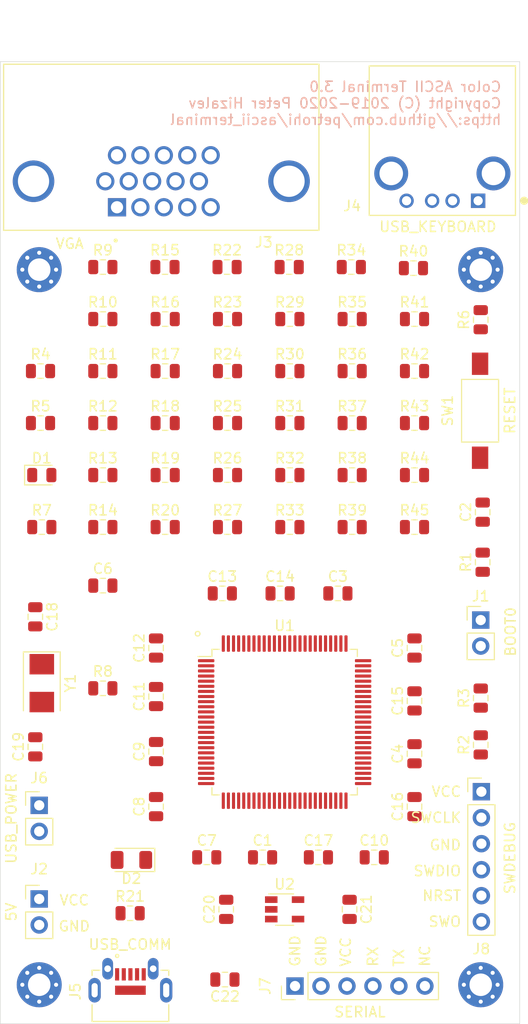
<source format=kicad_pcb>
(kicad_pcb (version 20171130) (host pcbnew 5.1.8)
  (layers (0 F.Cu signal) (31 B.Cu signal) (34 B.Paste user) (35 F.Paste user) (36 B.SilkS user) (37 F.SilkS user) (38 B.Mask user) (39 F.Mask user) (44 Edge.Cuts user))
  (net 0 "")
  (net 1 GND)
  (net 2 "Net-(C1-Pad1)")
  (net 3 NRST)
  (net 4 "Net-(C3-Pad1)")
  (net 5 "Net-(C4-Pad1)")
  (net 6 VDD)
  (net 7 "Net-(C18-Pad2)")
  (net 8 OSC_OUT)
  (net 9 +5VD)
  (net 10 "Net-(C21-Pad2)")
  (net 11 READY_LED)
  (net 12 "Net-(D1-Pad1)")
  (net 13 "Net-(D2-Pad2)")
  (net 14 "Net-(J3-Pad15)")
  (net 15 VGA_VSYNC)
  (net 16 VGA_HSYNC)
  (net 17 "Net-(J3-Pad12)")
  (net 18 "Net-(J3-Pad11)")
  (net 19 "Net-(J3-Pad9)")
  (net 20 "Net-(J3-Pad4)")
  (net 21 VGA_BLUE)
  (net 22 VGA_GREEN)
  (net 23 VGA_RED)
  (net 24 USB_OTG_FS_DP)
  (net 25 USB_OTG_FS_DM)
  (net 26 USB_OTG_HS_DP)
  (net 27 "Net-(J5-Pad4)")
  (net 28 "Net-(J5-Pad1)")
  (net 29 USB_OTG_HS_DM)
  (net 30 "Net-(J7-Pad6)")
  (net 31 TRACESWO)
  (net 32 SWDIO)
  (net 33 SWCLK)
  (net 34 BOOT0)
  (net 35 LTDC_HSYNC)
  (net 36 LTDC_VSYNC)
  (net 37 OSC_IN)
  (net 38 LTDC_R2)
  (net 39 LTDC_R3)
  (net 40 LTDC_R4)
  (net 41 LTDC_R5)
  (net 42 "Net-(R10-Pad1)")
  (net 43 LTDC_R6)
  (net 44 "Net-(R11-Pad1)")
  (net 45 LTDC_R7)
  (net 46 LTDC_G2)
  (net 47 LTDC_G3)
  (net 48 LTDC_G4)
  (net 49 LTDC_G5)
  (net 50 LTDC_G6)
  (net 51 "Net-(R23-Pad1)")
  (net 52 LTDC_G7)
  (net 53 "Net-(R24-Pad1)")
  (net 54 LTDC_B2)
  (net 55 LTDC_B3)
  (net 56 LTDC_B4)
  (net 57 LTDC_B5)
  (net 58 LTDC_B6)
  (net 59 "Net-(R35-Pad1)")
  (net 60 LTDC_B7)
  (net 61 "Net-(R36-Pad1)")
  (net 62 "Net-(U1-Pad96)")
  (net 63 "Net-(U1-Pad95)")
  (net 64 "Net-(U1-Pad94)")
  (net 65 "Net-(U1-Pad93)")
  (net 66 "Net-(U1-Pad91)")
  (net 67 "Net-(U1-Pad89)")
  (net 68 "Net-(U1-Pad88)")
  (net 69 "Net-(U1-Pad86)")
  (net 70 "Net-(U1-Pad85)")
  (net 71 "Net-(U1-Pad84)")
  (net 72 "Net-(U1-Pad83)")
  (net 73 "Net-(U1-Pad82)")
  (net 74 "Net-(U1-Pad81)")
  (net 75 "Net-(U1-Pad80)")
  (net 76 "Net-(U1-Pad70)")
  (net 77 "Net-(U1-Pad69)")
  (net 78 "Net-(U1-Pad68)")
  (net 79 "Net-(U1-Pad64)")
  (net 80 "Net-(U1-Pad63)")
  (net 81 "Net-(U1-Pad61)")
  (net 82 "Net-(U1-Pad60)")
  (net 83 "Net-(U1-Pad58)")
  (net 84 "Net-(U1-Pad57)")
  (net 85 "Net-(U1-Pad54)")
  (net 86 "Net-(U1-Pad53)")
  (net 87 "Net-(U1-Pad51)")
  (net 88 "Net-(U1-Pad50)")
  (net 89 "Net-(U1-Pad47)")
  (net 90 "Net-(U1-Pad46)")
  (net 91 "Net-(U1-Pad39)")
  (net 92 "Net-(U1-Pad38)")
  (net 93 "Net-(U1-Pad35)")
  (net 94 "Net-(U1-Pad34)")
  (net 95 "Net-(U1-Pad31)")
  (net 96 "Net-(U1-Pad28)")
  (net 97 "Net-(U1-Pad21)")
  (net 98 "Net-(U1-Pad19)")
  (net 99 "Net-(U1-Pad15)")
  (net 100 "Net-(U1-Pad14)")
  (net 101 "Net-(U1-Pad13)")
  (net 102 "Net-(U1-Pad5)")
  (net 103 "Net-(U1-Pad4)")
  (net 104 "Net-(U1-Pad1)")
  (net 105 "Net-(J1-Pad1)")
  (net 106 "Net-(R6-Pad1)")
  (net 107 "Net-(R12-Pad1)")
  (net 108 "Net-(R13-Pad1)")
  (net 109 "Net-(R14-Pad1)")
  (net 110 "Net-(R25-Pad1)")
  (net 111 "Net-(R26-Pad1)")
  (net 112 "Net-(R27-Pad1)")
  (net 113 "Net-(R37-Pad1)")
  (net 114 "Net-(R38-Pad1)")
  (net 115 "Net-(R39-Pad1)")
  (net 116 UART_TX)
  (net 117 UART_RX)
  (net 118 "Net-(U1-Pad72)")
  (net 119 "Net-(U1-Pad71)")
  (module ascii_terminal_kicad:CUI_UJ2-MIBH2-4-SMT (layer F.Cu) (at 89.789 139.7 90)
    (fp_text reference J5 (at -1.67551 -4.08623 90) (layer F.SilkS) (effects (font (size 1.000299 1.000299))))
    (fp_text value USB_COMM (at 2.921 1.27) (layer F.SilkS) (effects (font (size 1.000559 1.000559))))
    (pad 3 smd rect (at 0 1.3 90) (size 1.2 0.4) (layers F.Cu F.Paste F.Mask) (net 26 USB_OTG_HS_DP))
    (pad 2 smd rect (at 0 0.65 90) (size 1.2 0.4) (layers F.Cu F.Paste F.Mask) (net 29 USB_OTG_HS_DM))
    (pad 1 smd rect (at 0 0 90) (size 1.2 0.4) (layers F.Cu F.Paste F.Mask) (net 28 "Net-(J5-Pad1)"))
    (pad 4 smd rect (at 0 1.95 90) (size 1.2 0.4) (layers F.Cu F.Paste F.Mask) (net 27 "Net-(J5-Pad4)"))
    (pad 5 smd rect (at 0 2.6 90) (size 1.2 0.4) (layers F.Cu F.Paste F.Mask) (net 1 GND))
    (pad SH3 smd rect (at -1.55 1.3 90) (size 0.9 3) (layers F.Cu F.Paste F.Mask) (net 1 GND))
    (pad SH1 thru_hole oval (at -1.55 -2.2 90) (size 2.4 1.2) (drill oval 1.4 0.6) (layers *.Cu *.Mask) (net 1 GND))
    (pad SH4 thru_hole oval (at -1.55 4.8 90) (size 2.4 1.2) (drill oval 1.4 0.6) (layers *.Cu *.Mask) (net 1 GND))
    (pad SH2 thru_hole oval (at 0.55 -0.925 90) (size 2.1 1.05) (drill 0.65) (layers *.Cu *.Mask) (net 1 GND))
    (pad SH5 thru_hole oval (at 0.55 3.525 90) (size 2.1 1.05) (drill 0.65) (layers *.Cu *.Mask) (net 1 GND))
  )
  (module Resistor_SMD:R_0805_2012Metric (layer F.Cu) (at 125.5395 99.441 90)
    (fp_text reference R1 (at 0 -1.65 90) (layer F.SilkS))
    (fp_text value 10K)
    (pad 2 smd roundrect (at 0.9375 0 90) (size 0.975 1.4) (layers F.Cu F.Paste F.Mask) (net 3 NRST))
    (pad 1 smd roundrect (at -0.9375 0 90) (size 0.975 1.4) (layers F.Cu F.Paste F.Mask) (net 6 VDD))
  )
  (module Resistor_SMD:R_0805_2012Metric (layer F.Cu) (at 125.349 75.7555 90)
    (fp_text reference R6 (at 0 -1.65 90) (layer F.SilkS))
    (fp_text value 1K)
    (pad 2 smd roundrect (at 0.9375 0 90) (size 0.975 1.4) (layers F.Cu F.Paste F.Mask) (net 1 GND))
    (pad 1 smd roundrect (at -0.9375 0 90) (size 0.975 1.4) (layers F.Cu F.Paste F.Mask) (net 106 "Net-(R6-Pad1)"))
  )
  (module Resistor_SMD:R_0805_2012Metric (layer F.Cu) (at 125.349 117.2845 90)
    (fp_text reference R2 (at 0 -1.65 90) (layer F.SilkS))
    (fp_text value 1K)
    (pad 2 smd roundrect (at 0.9375 0 90) (size 0.975 1.4) (layers F.Cu F.Paste F.Mask) (net 105 "Net-(J1-Pad1)"))
    (pad 1 smd roundrect (at -0.9375 0 90) (size 0.975 1.4) (layers F.Cu F.Paste F.Mask) (net 6 VDD))
  )
  (module Connector_PinHeader_2.54mm:PinHeader_1x02_P2.54mm_Vertical (layer F.Cu) (at 125.349 105.0925)
    (fp_text reference J1 (at 0 -2.33) (layer F.SilkS))
    (fp_text value BOOT0 (at 2.921 1.143 90) (layer F.SilkS))
    (pad 2 thru_hole oval (at 0 2.54) (size 1.7 1.7) (drill 1) (layers *.Cu *.Mask) (net 34 BOOT0))
    (pad 1 thru_hole rect (at 0 0) (size 1.7 1.7) (drill 1) (layers *.Cu *.Mask) (net 105 "Net-(J1-Pad1)"))
  )
  (module MountingHole:MountingHole_2.2mm_M2_Pad_Via (layer F.Cu) (at 82.169 70.866)
    (fp_text reference REF1 hide)
    (fp_text value MountingHole_2.2mm_M2_Pad_Via)
    (pad 1 thru_hole circle (at 0 0) (size 4.4 4.4) (drill 2.2) (layers *.Cu *.Mask))
    (pad 1 thru_hole circle (at 1.65 0) (size 0.7 0.7) (drill 0.4) (layers *.Cu *.Mask))
    (pad 1 thru_hole circle (at 1.166726 1.166726) (size 0.7 0.7) (drill 0.4) (layers *.Cu *.Mask))
    (pad 1 thru_hole circle (at 0 1.65) (size 0.7 0.7) (drill 0.4) (layers *.Cu *.Mask))
    (pad 1 thru_hole circle (at -1.166726 1.166726) (size 0.7 0.7) (drill 0.4) (layers *.Cu *.Mask))
    (pad 1 thru_hole circle (at -1.65 0) (size 0.7 0.7) (drill 0.4) (layers *.Cu *.Mask))
    (pad 1 thru_hole circle (at -1.166726 -1.166726) (size 0.7 0.7) (drill 0.4) (layers *.Cu *.Mask))
    (pad 1 thru_hole circle (at 0 -1.65) (size 0.7 0.7) (drill 0.4) (layers *.Cu *.Mask))
    (pad 1 thru_hole circle (at 1.166726 -1.166726) (size 0.7 0.7) (drill 0.4) (layers *.Cu *.Mask))
  )
  (module MountingHole:MountingHole_2.2mm_M2_Pad_Via (layer F.Cu) (at 82.169 140.716)
    (fp_text reference REF4 hide)
    (fp_text value MountingHole_2.2mm_M2_Pad_Via)
    (pad 1 thru_hole circle (at 1.166726 -1.166726) (size 0.7 0.7) (drill 0.4) (layers *.Cu *.Mask))
    (pad 1 thru_hole circle (at 0 -1.65) (size 0.7 0.7) (drill 0.4) (layers *.Cu *.Mask))
    (pad 1 thru_hole circle (at -1.166726 -1.166726) (size 0.7 0.7) (drill 0.4) (layers *.Cu *.Mask))
    (pad 1 thru_hole circle (at -1.65 0) (size 0.7 0.7) (drill 0.4) (layers *.Cu *.Mask))
    (pad 1 thru_hole circle (at -1.166726 1.166726) (size 0.7 0.7) (drill 0.4) (layers *.Cu *.Mask))
    (pad 1 thru_hole circle (at 0 1.65) (size 0.7 0.7) (drill 0.4) (layers *.Cu *.Mask))
    (pad 1 thru_hole circle (at 1.166726 1.166726) (size 0.7 0.7) (drill 0.4) (layers *.Cu *.Mask))
    (pad 1 thru_hole circle (at 1.65 0) (size 0.7 0.7) (drill 0.4) (layers *.Cu *.Mask))
    (pad 1 thru_hole circle (at 0 0) (size 4.4 4.4) (drill 2.2) (layers *.Cu *.Mask))
  )
  (module MountingHole:MountingHole_2.2mm_M2_Pad_Via (layer F.Cu) (at 125.349 140.716)
    (fp_text reference REF3 hide)
    (fp_text value MountingHole_2.2mm_M2_Pad_Via)
    (pad 1 thru_hole circle (at 0 0) (size 4.4 4.4) (drill 2.2) (layers *.Cu *.Mask))
    (pad 1 thru_hole circle (at 1.65 0) (size 0.7 0.7) (drill 0.4) (layers *.Cu *.Mask))
    (pad 1 thru_hole circle (at 1.166726 1.166726) (size 0.7 0.7) (drill 0.4) (layers *.Cu *.Mask))
    (pad 1 thru_hole circle (at 0 1.65) (size 0.7 0.7) (drill 0.4) (layers *.Cu *.Mask))
    (pad 1 thru_hole circle (at -1.166726 1.166726) (size 0.7 0.7) (drill 0.4) (layers *.Cu *.Mask))
    (pad 1 thru_hole circle (at -1.65 0) (size 0.7 0.7) (drill 0.4) (layers *.Cu *.Mask))
    (pad 1 thru_hole circle (at -1.166726 -1.166726) (size 0.7 0.7) (drill 0.4) (layers *.Cu *.Mask))
    (pad 1 thru_hole circle (at 0 -1.65) (size 0.7 0.7) (drill 0.4) (layers *.Cu *.Mask))
    (pad 1 thru_hole circle (at 1.166726 -1.166726) (size 0.7 0.7) (drill 0.4) (layers *.Cu *.Mask))
  )
  (module MountingHole:MountingHole_2.2mm_M2_Pad_Via (layer F.Cu) (at 125.349 70.866)
    (fp_text reference REF2 hide)
    (fp_text value MountingHole_2.2mm_M2_Pad_Via)
    (pad 1 thru_hole circle (at 1.166726 -1.166726) (size 0.7 0.7) (drill 0.4) (layers *.Cu *.Mask))
    (pad 1 thru_hole circle (at 0 -1.65) (size 0.7 0.7) (drill 0.4) (layers *.Cu *.Mask))
    (pad 1 thru_hole circle (at -1.166726 -1.166726) (size 0.7 0.7) (drill 0.4) (layers *.Cu *.Mask))
    (pad 1 thru_hole circle (at -1.65 0) (size 0.7 0.7) (drill 0.4) (layers *.Cu *.Mask))
    (pad 1 thru_hole circle (at -1.166726 1.166726) (size 0.7 0.7) (drill 0.4) (layers *.Cu *.Mask))
    (pad 1 thru_hole circle (at 0 1.65) (size 0.7 0.7) (drill 0.4) (layers *.Cu *.Mask))
    (pad 1 thru_hole circle (at 1.166726 1.166726) (size 0.7 0.7) (drill 0.4) (layers *.Cu *.Mask))
    (pad 1 thru_hole circle (at 1.65 0) (size 0.7 0.7) (drill 0.4) (layers *.Cu *.Mask))
    (pad 1 thru_hole circle (at 0 0) (size 4.4 4.4) (drill 2.2) (layers *.Cu *.Mask))
  )
  (module Button_Switch_SMD:SW_SPST_FSMSM (layer F.Cu) (at 125.2855 84.6455 90)
    (fp_text reference SW1 (at 0 -3.175 90) (layer F.SilkS))
    (fp_text value RESET (at 0 2.921 90) (layer F.SilkS))
    (pad 2 smd rect (at 4.59 0 90) (size 2.18 1.6) (layers F.Cu F.Paste F.Mask) (net 106 "Net-(R6-Pad1)"))
    (pad 1 smd rect (at -4.59 0 90) (size 2.18 1.6) (layers F.Cu F.Paste F.Mask) (net 3 NRST))
  )
  (module ascii_terminal_kicad:CUI_UJ2-AH-4-TH (layer F.Cu) (at 125.095 64.135 180)
    (fp_text reference J4 (at 12.319 -0.508) (layer F.SilkS) (effects (font (size 1.001488 1.001488))))
    (fp_text value USB_KEYBOARD (at 3.937 -2.54) (layer F.SilkS) (effects (font (size 1.001874 1.001874))))
    (pad 1 thru_hole rect (at 0 0 180) (size 1.408 1.408) (drill 0.9) (layers *.Cu *.Mask) (net 9 +5VD))
    (pad 2 thru_hole circle (at 2.5 0 180) (size 1.408 1.408) (drill 0.9) (layers *.Cu *.Mask) (net 25 USB_OTG_FS_DM))
    (pad 3 thru_hole circle (at 4.5 0 180) (size 1.408 1.408) (drill 0.9) (layers *.Cu *.Mask) (net 24 USB_OTG_FS_DP))
    (pad 4 thru_hole circle (at 7 0 180) (size 1.408 1.408) (drill 0.9) (layers *.Cu *.Mask) (net 1 GND))
    (pad SH1 thru_hole circle (at -1.5 2.67 180) (size 3.316 3.316) (drill 2.3) (layers *.Cu *.Mask) (net 1 GND))
    (pad SH2 thru_hole circle (at 8.5 2.67 180) (size 3.316 3.316) (drill 2.3) (layers *.Cu *.Mask) (net 1 GND))
  )
  (module ascii_terminal_kicad:AMPHENOL_L77HDE15SD1CH4F (layer F.Cu) (at 94.107 62.23 180)
    (fp_text reference J3 (at -10.033 -5.969) (layer F.SilkS))
    (fp_text value VGA (at 8.9535 -6.096) (layer F.SilkS))
    (pad 1 thru_hole rect (at 4.33 -2.54 180) (size 1.785 1.785) (drill 1.19) (layers *.Cu *.Mask) (net 23 VGA_RED))
    (pad 2 thru_hole circle (at 2.04 -2.54 180) (size 1.785 1.785) (drill 1.19) (layers *.Cu *.Mask) (net 22 VGA_GREEN))
    (pad 3 thru_hole circle (at -0.25 -2.54 180) (size 1.785 1.785) (drill 1.19) (layers *.Cu *.Mask) (net 21 VGA_BLUE))
    (pad 4 thru_hole circle (at -2.54 -2.54 180) (size 1.785 1.785) (drill 1.19) (layers *.Cu *.Mask) (net 20 "Net-(J3-Pad4)"))
    (pad 5 thru_hole circle (at -4.83 -2.54 180) (size 1.785 1.785) (drill 1.19) (layers *.Cu *.Mask) (net 1 GND))
    (pad 6 thru_hole circle (at 5.475 0 180) (size 1.785 1.785) (drill 1.19) (layers *.Cu *.Mask) (net 1 GND))
    (pad 7 thru_hole circle (at 3.185 0 180) (size 1.785 1.785) (drill 1.19) (layers *.Cu *.Mask) (net 1 GND))
    (pad 8 thru_hole circle (at 0.895 0 180) (size 1.785 1.785) (drill 1.19) (layers *.Cu *.Mask) (net 1 GND))
    (pad 9 thru_hole circle (at -1.395 0 180) (size 1.785 1.785) (drill 1.19) (layers *.Cu *.Mask) (net 19 "Net-(J3-Pad9)"))
    (pad 10 thru_hole circle (at -3.685 0 180) (size 1.785 1.785) (drill 1.19) (layers *.Cu *.Mask) (net 1 GND))
    (pad 11 thru_hole circle (at 4.33 2.54 180) (size 1.785 1.785) (drill 1.19) (layers *.Cu *.Mask) (net 18 "Net-(J3-Pad11)"))
    (pad 12 thru_hole circle (at 2.04 2.54 180) (size 1.785 1.785) (drill 1.19) (layers *.Cu *.Mask) (net 17 "Net-(J3-Pad12)"))
    (pad 13 thru_hole circle (at -0.25 2.54 180) (size 1.785 1.785) (drill 1.19) (layers *.Cu *.Mask) (net 16 VGA_HSYNC))
    (pad 14 thru_hole circle (at -2.54 2.54 180) (size 1.785 1.785) (drill 1.19) (layers *.Cu *.Mask) (net 15 VGA_VSYNC))
    (pad 15 thru_hole circle (at -4.83 2.54 180) (size 1.785 1.785) (drill 1.19) (layers *.Cu *.Mask) (net 14 "Net-(J3-Pad15)"))
    (pad S1 thru_hole circle (at -12.495 0 180) (size 4.066 4.066) (drill 3.05) (layers *.Cu *.Mask))
    (pad S2 thru_hole circle (at 12.495 0 180) (size 4.066 4.066) (drill 3.05) (layers *.Cu *.Mask))
  )
  (module Crystal:Crystal_SMD_5032-2Pin_5.0x3.2mm (layer F.Cu) (at 82.423 111.252 270)
    (fp_text reference Y1 (at 0 -2.8 90) (layer F.SilkS))
    (fp_text value 8MHz)
    (pad 2 smd rect (at 1.85 0 270) (size 2 2.4) (layers F.Cu F.Paste F.Mask) (net 8 OSC_OUT))
    (pad 1 smd rect (at -1.85 0 270) (size 2 2.4) (layers F.Cu F.Paste F.Mask) (net 7 "Net-(C18-Pad2)"))
  )
  (module Package_TO_SOT_SMD:TSOT-23-5 (layer F.Cu) (at 106.172 133.35)
    (fp_text reference U2 (at 0 -2.45) (layer F.SilkS))
    (fp_text value LT1761-3.3)
    (pad 5 smd rect (at 1.31 -0.95) (size 1.22 0.65) (layers F.Cu F.Paste F.Mask) (net 6 VDD))
    (pad 4 smd rect (at 1.31 0.95) (size 1.22 0.65) (layers F.Cu F.Paste F.Mask) (net 10 "Net-(C21-Pad2)"))
    (pad 3 smd rect (at -1.31 0.95) (size 1.22 0.65) (layers F.Cu F.Paste F.Mask) (net 9 +5VD))
    (pad 2 smd rect (at -1.31 0) (size 1.22 0.65) (layers F.Cu F.Paste F.Mask) (net 1 GND))
    (pad 1 smd rect (at -1.31 -0.95) (size 1.22 0.65) (layers F.Cu F.Paste F.Mask) (net 9 +5VD))
  )
  (module Package_QFP:LQFP-100_14x14mm_P0.5mm (layer F.Cu) (at 106.172 115.062)
    (fp_text reference U1 (at 0 -9.42) (layer F.SilkS))
    (fp_text value STM32F469VGTx)
    (pad 100 smd roundrect (at -6 -7.675) (size 0.3 1.6) (layers F.Cu F.Paste F.Mask) (net 6 VDD))
    (pad 99 smd roundrect (at -5.5 -7.675) (size 0.3 1.6) (layers F.Cu F.Paste F.Mask) (net 60 LTDC_B7))
    (pad 98 smd roundrect (at -5 -7.675) (size 0.3 1.6) (layers F.Cu F.Paste F.Mask) (net 58 LTDC_B6))
    (pad 97 smd roundrect (at -4.5 -7.675) (size 0.3 1.6) (layers F.Cu F.Paste F.Mask) (net 34 BOOT0))
    (pad 96 smd roundrect (at -4 -7.675) (size 0.3 1.6) (layers F.Cu F.Paste F.Mask) (net 62 "Net-(U1-Pad96)"))
    (pad 95 smd roundrect (at -3.5 -7.675) (size 0.3 1.6) (layers F.Cu F.Paste F.Mask) (net 63 "Net-(U1-Pad95)"))
    (pad 94 smd roundrect (at -3 -7.675) (size 0.3 1.6) (layers F.Cu F.Paste F.Mask) (net 64 "Net-(U1-Pad94)"))
    (pad 93 smd roundrect (at -2.5 -7.675) (size 0.3 1.6) (layers F.Cu F.Paste F.Mask) (net 65 "Net-(U1-Pad93)"))
    (pad 92 smd roundrect (at -2 -7.675) (size 0.3 1.6) (layers F.Cu F.Paste F.Mask) (net 31 TRACESWO))
    (pad 91 smd roundrect (at -1.5 -7.675) (size 0.3 1.6) (layers F.Cu F.Paste F.Mask) (net 66 "Net-(U1-Pad91)"))
    (pad 90 smd roundrect (at -1 -7.675) (size 0.3 1.6) (layers F.Cu F.Paste F.Mask) (net 54 LTDC_B2))
    (pad 89 smd roundrect (at -0.5 -7.675) (size 0.3 1.6) (layers F.Cu F.Paste F.Mask) (net 67 "Net-(U1-Pad89)"))
    (pad 88 smd roundrect (at 0 -7.675) (size 0.3 1.6) (layers F.Cu F.Paste F.Mask) (net 68 "Net-(U1-Pad88)"))
    (pad 87 smd roundrect (at 0.5 -7.675) (size 0.3 1.6) (layers F.Cu F.Paste F.Mask) (net 52 LTDC_G7))
    (pad 86 smd roundrect (at 1 -7.675) (size 0.3 1.6) (layers F.Cu F.Paste F.Mask) (net 69 "Net-(U1-Pad86)"))
    (pad 85 smd roundrect (at 1.5 -7.675) (size 0.3 1.6) (layers F.Cu F.Paste F.Mask) (net 70 "Net-(U1-Pad85)"))
    (pad 84 smd roundrect (at 2 -7.675) (size 0.3 1.6) (layers F.Cu F.Paste F.Mask) (net 71 "Net-(U1-Pad84)"))
    (pad 83 smd roundrect (at 2.5 -7.675) (size 0.3 1.6) (layers F.Cu F.Paste F.Mask) (net 72 "Net-(U1-Pad83)"))
    (pad 82 smd roundrect (at 3 -7.675) (size 0.3 1.6) (layers F.Cu F.Paste F.Mask) (net 73 "Net-(U1-Pad82)"))
    (pad 81 smd roundrect (at 3.5 -7.675) (size 0.3 1.6) (layers F.Cu F.Paste F.Mask) (net 74 "Net-(U1-Pad81)"))
    (pad 80 smd roundrect (at 4 -7.675) (size 0.3 1.6) (layers F.Cu F.Paste F.Mask) (net 75 "Net-(U1-Pad80)"))
    (pad 79 smd roundrect (at 4.5 -7.675) (size 0.3 1.6) (layers F.Cu F.Paste F.Mask) (net 33 SWCLK))
    (pad 78 smd roundrect (at 5 -7.675) (size 0.3 1.6) (layers F.Cu F.Paste F.Mask) (net 1 GND))
    (pad 77 smd roundrect (at 5.5 -7.675) (size 0.3 1.6) (layers F.Cu F.Paste F.Mask) (net 6 VDD))
    (pad 76 smd roundrect (at 6 -7.675) (size 0.3 1.6) (layers F.Cu F.Paste F.Mask) (net 4 "Net-(C3-Pad1)"))
    (pad 75 smd roundrect (at 7.675 -6) (size 1.6 0.3) (layers F.Cu F.Paste F.Mask) (net 32 SWDIO))
    (pad 74 smd roundrect (at 7.675 -5.5) (size 1.6 0.3) (layers F.Cu F.Paste F.Mask) (net 24 USB_OTG_FS_DP))
    (pad 73 smd roundrect (at 7.675 -5) (size 1.6 0.3) (layers F.Cu F.Paste F.Mask) (net 25 USB_OTG_FS_DM))
    (pad 72 smd roundrect (at 7.675 -4.5) (size 1.6 0.3) (layers F.Cu F.Paste F.Mask) (net 118 "Net-(U1-Pad72)"))
    (pad 71 smd roundrect (at 7.675 -4) (size 1.6 0.3) (layers F.Cu F.Paste F.Mask) (net 119 "Net-(U1-Pad71)"))
    (pad 70 smd roundrect (at 7.675 -3.5) (size 1.6 0.3) (layers F.Cu F.Paste F.Mask) (net 76 "Net-(U1-Pad70)"))
    (pad 69 smd roundrect (at 7.675 -3) (size 1.6 0.3) (layers F.Cu F.Paste F.Mask) (net 77 "Net-(U1-Pad69)"))
    (pad 68 smd roundrect (at 7.675 -2.5) (size 1.6 0.3) (layers F.Cu F.Paste F.Mask) (net 78 "Net-(U1-Pad68)"))
    (pad 67 smd roundrect (at 7.675 -2) (size 1.6 0.3) (layers F.Cu F.Paste F.Mask) (net 50 LTDC_G6))
    (pad 66 smd roundrect (at 7.675 -1.5) (size 1.6 0.3) (layers F.Cu F.Paste F.Mask) (net 35 LTDC_HSYNC))
    (pad 65 smd roundrect (at 7.675 -1) (size 1.6 0.3) (layers F.Cu F.Paste F.Mask) (net 6 VDD))
    (pad 64 smd roundrect (at 7.675 -0.5) (size 1.6 0.3) (layers F.Cu F.Paste F.Mask) (net 79 "Net-(U1-Pad64)"))
    (pad 63 smd roundrect (at 7.675 0) (size 1.6 0.3) (layers F.Cu F.Paste F.Mask) (net 80 "Net-(U1-Pad63)"))
    (pad 62 smd roundrect (at 7.675 0.5) (size 1.6 0.3) (layers F.Cu F.Paste F.Mask) (net 5 "Net-(C4-Pad1)"))
    (pad 61 smd roundrect (at 7.675 1) (size 1.6 0.3) (layers F.Cu F.Paste F.Mask) (net 81 "Net-(U1-Pad61)"))
    (pad 60 smd roundrect (at 7.675 1.5) (size 1.6 0.3) (layers F.Cu F.Paste F.Mask) (net 82 "Net-(U1-Pad60)"))
    (pad 59 smd roundrect (at 7.675 2) (size 1.6 0.3) (layers F.Cu F.Paste F.Mask) (net 1 GND))
    (pad 58 smd roundrect (at 7.675 2.5) (size 1.6 0.3) (layers F.Cu F.Paste F.Mask) (net 83 "Net-(U1-Pad58)"))
    (pad 57 smd roundrect (at 7.675 3) (size 1.6 0.3) (layers F.Cu F.Paste F.Mask) (net 84 "Net-(U1-Pad57)"))
    (pad 56 smd roundrect (at 7.675 3.5) (size 1.6 0.3) (layers F.Cu F.Paste F.Mask) (net 5 "Net-(C4-Pad1)"))
    (pad 55 smd roundrect (at 7.675 4) (size 1.6 0.3) (layers F.Cu F.Paste F.Mask) (net 6 VDD))
    (pad 54 smd roundrect (at 7.675 4.5) (size 1.6 0.3) (layers F.Cu F.Paste F.Mask) (net 85 "Net-(U1-Pad54)"))
    (pad 53 smd roundrect (at 7.675 5) (size 1.6 0.3) (layers F.Cu F.Paste F.Mask) (net 86 "Net-(U1-Pad53)"))
    (pad 52 smd roundrect (at 7.675 5.5) (size 1.6 0.3) (layers F.Cu F.Paste F.Mask) (net 55 LTDC_B3))
    (pad 51 smd roundrect (at 7.675 6) (size 1.6 0.3) (layers F.Cu F.Paste F.Mask) (net 87 "Net-(U1-Pad51)"))
    (pad 50 smd roundrect (at 6 7.675) (size 0.3 1.6) (layers F.Cu F.Paste F.Mask) (net 88 "Net-(U1-Pad50)"))
    (pad 49 smd roundrect (at 5.5 7.675) (size 0.3 1.6) (layers F.Cu F.Paste F.Mask) (net 26 USB_OTG_HS_DP))
    (pad 48 smd roundrect (at 5 7.675) (size 0.3 1.6) (layers F.Cu F.Paste F.Mask) (net 29 USB_OTG_HS_DM))
    (pad 47 smd roundrect (at 4.5 7.675) (size 0.3 1.6) (layers F.Cu F.Paste F.Mask) (net 89 "Net-(U1-Pad47)"))
    (pad 46 smd roundrect (at 4 7.675) (size 0.3 1.6) (layers F.Cu F.Paste F.Mask) (net 90 "Net-(U1-Pad46)"))
    (pad 45 smd roundrect (at 3.5 7.675) (size 0.3 1.6) (layers F.Cu F.Paste F.Mask) (net 6 VDD))
    (pad 44 smd roundrect (at 3 7.675) (size 0.3 1.6) (layers F.Cu F.Paste F.Mask) (net 1 GND))
    (pad 43 smd roundrect (at 2.5 7.675) (size 0.3 1.6) (layers F.Cu F.Paste F.Mask) (net 2 "Net-(C1-Pad1)"))
    (pad 42 smd roundrect (at 2 7.675) (size 0.3 1.6) (layers F.Cu F.Paste F.Mask) (net 49 LTDC_G5))
    (pad 41 smd roundrect (at 1.5 7.675) (size 0.3 1.6) (layers F.Cu F.Paste F.Mask) (net 48 LTDC_G4))
    (pad 40 smd roundrect (at 1 7.675) (size 0.3 1.6) (layers F.Cu F.Paste F.Mask) (net 45 LTDC_R7))
    (pad 39 smd roundrect (at 0.5 7.675) (size 0.3 1.6) (layers F.Cu F.Paste F.Mask) (net 91 "Net-(U1-Pad39)"))
    (pad 38 smd roundrect (at 0 7.675) (size 0.3 1.6) (layers F.Cu F.Paste F.Mask) (net 92 "Net-(U1-Pad38)"))
    (pad 37 smd roundrect (at -0.5 7.675) (size 0.3 1.6) (layers F.Cu F.Paste F.Mask) (net 56 LTDC_B4))
    (pad 36 smd roundrect (at -1 7.675) (size 0.3 1.6) (layers F.Cu F.Paste F.Mask) (net 47 LTDC_G3))
    (pad 35 smd roundrect (at -1.5 7.675) (size 0.3 1.6) (layers F.Cu F.Paste F.Mask) (net 93 "Net-(U1-Pad35)"))
    (pad 34 smd roundrect (at -2 7.675) (size 0.3 1.6) (layers F.Cu F.Paste F.Mask) (net 94 "Net-(U1-Pad34)"))
    (pad 33 smd roundrect (at -2.5 7.675) (size 0.3 1.6) (layers F.Cu F.Paste F.Mask) (net 116 UART_TX))
    (pad 32 smd roundrect (at -3 7.675) (size 0.3 1.6) (layers F.Cu F.Paste F.Mask) (net 117 UART_RX))
    (pad 31 smd roundrect (at -3.5 7.675) (size 0.3 1.6) (layers F.Cu F.Paste F.Mask) (net 95 "Net-(U1-Pad31)"))
    (pad 30 smd roundrect (at -4 7.675) (size 0.3 1.6) (layers F.Cu F.Paste F.Mask) (net 43 LTDC_R6))
    (pad 29 smd roundrect (at -4.5 7.675) (size 0.3 1.6) (layers F.Cu F.Paste F.Mask) (net 39 LTDC_R3))
    (pad 28 smd roundrect (at -5 7.675) (size 0.3 1.6) (layers F.Cu F.Paste F.Mask) (net 96 "Net-(U1-Pad28)"))
    (pad 27 smd roundrect (at -5.5 7.675) (size 0.3 1.6) (layers F.Cu F.Paste F.Mask) (net 46 LTDC_G2))
    (pad 26 smd roundrect (at -6 7.675) (size 0.3 1.6) (layers F.Cu F.Paste F.Mask) (net 40 LTDC_R4))
    (pad 25 smd roundrect (at -7.675 6) (size 1.6 0.3) (layers F.Cu F.Paste F.Mask) (net 36 LTDC_VSYNC))
    (pad 24 smd roundrect (at -7.675 5.5) (size 1.6 0.3) (layers F.Cu F.Paste F.Mask) (net 6 VDD))
    (pad 23 smd roundrect (at -7.675 5) (size 1.6 0.3) (layers F.Cu F.Paste F.Mask) (net 1 GND))
    (pad 22 smd roundrect (at -7.675 4.5) (size 1.6 0.3) (layers F.Cu F.Paste F.Mask) (net 57 LTDC_B5))
    (pad 21 smd roundrect (at -7.675 4) (size 1.6 0.3) (layers F.Cu F.Paste F.Mask) (net 97 "Net-(U1-Pad21)"))
    (pad 20 smd roundrect (at -7.675 3.5) (size 1.6 0.3) (layers F.Cu F.Paste F.Mask) (net 38 LTDC_R2))
    (pad 19 smd roundrect (at -7.675 3) (size 1.6 0.3) (layers F.Cu F.Paste F.Mask) (net 98 "Net-(U1-Pad19)"))
    (pad 18 smd roundrect (at -7.675 2.5) (size 1.6 0.3) (layers F.Cu F.Paste F.Mask) (net 6 VDD))
    (pad 17 smd roundrect (at -7.675 2) (size 1.6 0.3) (layers F.Cu F.Paste F.Mask) (net 6 VDD))
    (pad 16 smd roundrect (at -7.675 1.5) (size 1.6 0.3) (layers F.Cu F.Paste F.Mask) (net 1 GND))
    (pad 15 smd roundrect (at -7.675 1) (size 1.6 0.3) (layers F.Cu F.Paste F.Mask) (net 99 "Net-(U1-Pad15)"))
    (pad 14 smd roundrect (at -7.675 0.5) (size 1.6 0.3) (layers F.Cu F.Paste F.Mask) (net 100 "Net-(U1-Pad14)"))
    (pad 13 smd roundrect (at -7.675 0) (size 1.6 0.3) (layers F.Cu F.Paste F.Mask) (net 101 "Net-(U1-Pad13)"))
    (pad 12 smd roundrect (at -7.675 -0.5) (size 1.6 0.3) (layers F.Cu F.Paste F.Mask) (net 41 LTDC_R5))
    (pad 11 smd roundrect (at -7.675 -1) (size 1.6 0.3) (layers F.Cu F.Paste F.Mask) (net 3 NRST))
    (pad 10 smd roundrect (at -7.675 -1.5) (size 1.6 0.3) (layers F.Cu F.Paste F.Mask) (net 8 OSC_OUT))
    (pad 9 smd roundrect (at -7.675 -2) (size 1.6 0.3) (layers F.Cu F.Paste F.Mask) (net 37 OSC_IN))
    (pad 8 smd roundrect (at -7.675 -2.5) (size 1.6 0.3) (layers F.Cu F.Paste F.Mask) (net 6 VDD))
    (pad 7 smd roundrect (at -7.675 -3) (size 1.6 0.3) (layers F.Cu F.Paste F.Mask) (net 1 GND))
    (pad 6 smd roundrect (at -7.675 -3.5) (size 1.6 0.3) (layers F.Cu F.Paste F.Mask) (net 11 READY_LED))
    (pad 5 smd roundrect (at -7.675 -4) (size 1.6 0.3) (layers F.Cu F.Paste F.Mask) (net 102 "Net-(U1-Pad5)"))
    (pad 4 smd roundrect (at -7.675 -4.5) (size 1.6 0.3) (layers F.Cu F.Paste F.Mask) (net 103 "Net-(U1-Pad4)"))
    (pad 3 smd roundrect (at -7.675 -5) (size 1.6 0.3) (layers F.Cu F.Paste F.Mask) (net 6 VDD))
    (pad 2 smd roundrect (at -7.675 -5.5) (size 1.6 0.3) (layers F.Cu F.Paste F.Mask) (net 1 GND))
    (pad 1 smd roundrect (at -7.675 -6) (size 1.6 0.3) (layers F.Cu F.Paste F.Mask) (net 104 "Net-(U1-Pad1)"))
  )
  (module Resistor_SMD:R_0805_2012Metric (layer F.Cu) (at 118.872 96.012)
    (fp_text reference R45 (at 0 -1.65) (layer F.SilkS))
    (fp_text value 536)
    (pad 2 smd roundrect (at 0.9375 0) (size 0.975 1.4) (layers F.Cu F.Paste F.Mask) (net 1 GND))
    (pad 1 smd roundrect (at -0.9375 0) (size 0.975 1.4) (layers F.Cu F.Paste F.Mask) (net 115 "Net-(R39-Pad1)"))
  )
  (module Resistor_SMD:R_0805_2012Metric (layer F.Cu) (at 118.872 90.932)
    (fp_text reference R44 (at 0 -1.65) (layer F.SilkS))
    (fp_text value 270)
    (pad 2 smd roundrect (at 0.9375 0) (size 0.975 1.4) (layers F.Cu F.Paste F.Mask) (net 115 "Net-(R39-Pad1)"))
    (pad 1 smd roundrect (at -0.9375 0) (size 0.975 1.4) (layers F.Cu F.Paste F.Mask) (net 114 "Net-(R38-Pad1)"))
  )
  (module Resistor_SMD:R_0805_2012Metric (layer F.Cu) (at 118.872 85.852)
    (fp_text reference R43 (at 0 -1.65) (layer F.SilkS))
    (fp_text value 270)
    (pad 2 smd roundrect (at 0.9375 0) (size 0.975 1.4) (layers F.Cu F.Paste F.Mask) (net 114 "Net-(R38-Pad1)"))
    (pad 1 smd roundrect (at -0.9375 0) (size 0.975 1.4) (layers F.Cu F.Paste F.Mask) (net 113 "Net-(R37-Pad1)"))
  )
  (module Resistor_SMD:R_0805_2012Metric (layer F.Cu) (at 118.872 80.772)
    (fp_text reference R42 (at 0 -1.65) (layer F.SilkS))
    (fp_text value 270)
    (pad 2 smd roundrect (at 0.9375 0) (size 0.975 1.4) (layers F.Cu F.Paste F.Mask) (net 113 "Net-(R37-Pad1)"))
    (pad 1 smd roundrect (at -0.9375 0) (size 0.975 1.4) (layers F.Cu F.Paste F.Mask) (net 61 "Net-(R36-Pad1)"))
  )
  (module Resistor_SMD:R_0805_2012Metric (layer F.Cu) (at 118.872 75.692)
    (fp_text reference R41 (at 0 -1.65) (layer F.SilkS))
    (fp_text value 270)
    (pad 2 smd roundrect (at 0.9375 0) (size 0.975 1.4) (layers F.Cu F.Paste F.Mask) (net 61 "Net-(R36-Pad1)"))
    (pad 1 smd roundrect (at -0.9375 0) (size 0.975 1.4) (layers F.Cu F.Paste F.Mask) (net 59 "Net-(R35-Pad1)"))
  )
  (module Resistor_SMD:R_0805_2012Metric (layer F.Cu) (at 118.767 70.717)
    (fp_text reference R40 (at 0 -1.65) (layer F.SilkS))
    (fp_text value 270)
    (pad 2 smd roundrect (at 0.9375 0) (size 0.975 1.4) (layers F.Cu F.Paste F.Mask) (net 59 "Net-(R35-Pad1)"))
    (pad 1 smd roundrect (at -0.9375 0) (size 0.975 1.4) (layers F.Cu F.Paste F.Mask) (net 21 VGA_BLUE))
  )
  (module Resistor_SMD:R_0805_2012Metric (layer F.Cu) (at 112.776 96.012)
    (fp_text reference R39 (at 0 -1.65) (layer F.SilkS))
    (fp_text value 536)
    (pad 2 smd roundrect (at 0.9375 0) (size 0.975 1.4) (layers F.Cu F.Paste F.Mask) (net 54 LTDC_B2))
    (pad 1 smd roundrect (at -0.9375 0) (size 0.975 1.4) (layers F.Cu F.Paste F.Mask) (net 115 "Net-(R39-Pad1)"))
  )
  (module Resistor_SMD:R_0805_2012Metric (layer F.Cu) (at 112.776 90.932)
    (fp_text reference R38 (at 0 -1.65) (layer F.SilkS))
    (fp_text value 536)
    (pad 2 smd roundrect (at 0.9375 0) (size 0.975 1.4) (layers F.Cu F.Paste F.Mask) (net 55 LTDC_B3))
    (pad 1 smd roundrect (at -0.9375 0) (size 0.975 1.4) (layers F.Cu F.Paste F.Mask) (net 114 "Net-(R38-Pad1)"))
  )
  (module Resistor_SMD:R_0805_2012Metric (layer F.Cu) (at 112.776 85.852)
    (fp_text reference R37 (at 0 -1.65) (layer F.SilkS))
    (fp_text value 536)
    (pad 2 smd roundrect (at 0.9375 0) (size 0.975 1.4) (layers F.Cu F.Paste F.Mask) (net 56 LTDC_B4))
    (pad 1 smd roundrect (at -0.9375 0) (size 0.975 1.4) (layers F.Cu F.Paste F.Mask) (net 113 "Net-(R37-Pad1)"))
  )
  (module Resistor_SMD:R_0805_2012Metric (layer F.Cu) (at 112.776 80.772)
    (fp_text reference R36 (at 0 -1.65) (layer F.SilkS))
    (fp_text value 536)
    (pad 2 smd roundrect (at 0.9375 0) (size 0.975 1.4) (layers F.Cu F.Paste F.Mask) (net 57 LTDC_B5))
    (pad 1 smd roundrect (at -0.9375 0) (size 0.975 1.4) (layers F.Cu F.Paste F.Mask) (net 61 "Net-(R36-Pad1)"))
  )
  (module Resistor_SMD:R_0805_2012Metric (layer F.Cu) (at 112.776 75.692)
    (fp_text reference R35 (at 0 -1.65) (layer F.SilkS))
    (fp_text value 536)
    (pad 2 smd roundrect (at 0.9375 0) (size 0.975 1.4) (layers F.Cu F.Paste F.Mask) (net 58 LTDC_B6))
    (pad 1 smd roundrect (at -0.9375 0) (size 0.975 1.4) (layers F.Cu F.Paste F.Mask) (net 59 "Net-(R35-Pad1)"))
  )
  (module Resistor_SMD:R_0805_2012Metric (layer F.Cu) (at 112.692 70.612)
    (fp_text reference R34 (at 0 -1.65) (layer F.SilkS))
    (fp_text value 536)
    (pad 2 smd roundrect (at 0.9375 0) (size 0.975 1.4) (layers F.Cu F.Paste F.Mask) (net 60 LTDC_B7))
    (pad 1 smd roundrect (at -0.9375 0) (size 0.975 1.4) (layers F.Cu F.Paste F.Mask) (net 21 VGA_BLUE))
  )
  (module Resistor_SMD:R_0805_2012Metric (layer F.Cu) (at 106.68 96.012)
    (fp_text reference R33 (at 0 -1.65) (layer F.SilkS))
    (fp_text value 536)
    (pad 2 smd roundrect (at 0.9375 0) (size 0.975 1.4) (layers F.Cu F.Paste F.Mask) (net 1 GND))
    (pad 1 smd roundrect (at -0.9375 0) (size 0.975 1.4) (layers F.Cu F.Paste F.Mask) (net 112 "Net-(R27-Pad1)"))
  )
  (module Resistor_SMD:R_0805_2012Metric (layer F.Cu) (at 106.68 90.932)
    (fp_text reference R32 (at 0 -1.65) (layer F.SilkS))
    (fp_text value 270)
    (pad 2 smd roundrect (at 0.9375 0) (size 0.975 1.4) (layers F.Cu F.Paste F.Mask) (net 112 "Net-(R27-Pad1)"))
    (pad 1 smd roundrect (at -0.9375 0) (size 0.975 1.4) (layers F.Cu F.Paste F.Mask) (net 111 "Net-(R26-Pad1)"))
  )
  (module Resistor_SMD:R_0805_2012Metric (layer F.Cu) (at 106.68 85.852)
    (fp_text reference R31 (at 0 -1.65) (layer F.SilkS))
    (fp_text value 270)
    (pad 2 smd roundrect (at 0.9375 0) (size 0.975 1.4) (layers F.Cu F.Paste F.Mask) (net 111 "Net-(R26-Pad1)"))
    (pad 1 smd roundrect (at -0.9375 0) (size 0.975 1.4) (layers F.Cu F.Paste F.Mask) (net 110 "Net-(R25-Pad1)"))
  )
  (module Resistor_SMD:R_0805_2012Metric (layer F.Cu) (at 106.68 80.772)
    (fp_text reference R30 (at 0 -1.65) (layer F.SilkS))
    (fp_text value 270)
    (pad 2 smd roundrect (at 0.9375 0) (size 0.975 1.4) (layers F.Cu F.Paste F.Mask) (net 110 "Net-(R25-Pad1)"))
    (pad 1 smd roundrect (at -0.9375 0) (size 0.975 1.4) (layers F.Cu F.Paste F.Mask) (net 53 "Net-(R24-Pad1)"))
  )
  (module Resistor_SMD:R_0805_2012Metric (layer F.Cu) (at 106.68 75.692)
    (fp_text reference R29 (at 0 -1.65) (layer F.SilkS))
    (fp_text value 270)
    (pad 2 smd roundrect (at 0.9375 0) (size 0.975 1.4) (layers F.Cu F.Paste F.Mask) (net 53 "Net-(R24-Pad1)"))
    (pad 1 smd roundrect (at -0.9375 0) (size 0.975 1.4) (layers F.Cu F.Paste F.Mask) (net 51 "Net-(R23-Pad1)"))
  )
  (module Resistor_SMD:R_0805_2012Metric (layer F.Cu) (at 106.617 70.612)
    (fp_text reference R28 (at 0 -1.65) (layer F.SilkS))
    (fp_text value 270)
    (pad 2 smd roundrect (at 0.9375 0) (size 0.975 1.4) (layers F.Cu F.Paste F.Mask) (net 51 "Net-(R23-Pad1)"))
    (pad 1 smd roundrect (at -0.9375 0) (size 0.975 1.4) (layers F.Cu F.Paste F.Mask) (net 22 VGA_GREEN))
  )
  (module Resistor_SMD:R_0805_2012Metric (layer F.Cu) (at 100.584 96.012)
    (fp_text reference R27 (at 0 -1.65) (layer F.SilkS))
    (fp_text value 536)
    (pad 2 smd roundrect (at 0.9375 0) (size 0.975 1.4) (layers F.Cu F.Paste F.Mask) (net 46 LTDC_G2))
    (pad 1 smd roundrect (at -0.9375 0) (size 0.975 1.4) (layers F.Cu F.Paste F.Mask) (net 112 "Net-(R27-Pad1)"))
  )
  (module Resistor_SMD:R_0805_2012Metric (layer F.Cu) (at 100.584 90.932)
    (fp_text reference R26 (at 0 -1.65) (layer F.SilkS))
    (fp_text value 536)
    (pad 2 smd roundrect (at 0.9375 0) (size 0.975 1.4) (layers F.Cu F.Paste F.Mask) (net 47 LTDC_G3))
    (pad 1 smd roundrect (at -0.9375 0) (size 0.975 1.4) (layers F.Cu F.Paste F.Mask) (net 111 "Net-(R26-Pad1)"))
  )
  (module Resistor_SMD:R_0805_2012Metric (layer F.Cu) (at 100.584 85.852)
    (fp_text reference R25 (at 0 -1.65) (layer F.SilkS))
    (fp_text value 536)
    (pad 2 smd roundrect (at 0.9375 0) (size 0.975 1.4) (layers F.Cu F.Paste F.Mask) (net 48 LTDC_G4))
    (pad 1 smd roundrect (at -0.9375 0) (size 0.975 1.4) (layers F.Cu F.Paste F.Mask) (net 110 "Net-(R25-Pad1)"))
  )
  (module Resistor_SMD:R_0805_2012Metric (layer F.Cu) (at 100.584 80.772)
    (fp_text reference R24 (at 0 -1.65) (layer F.SilkS))
    (fp_text value 536)
    (pad 2 smd roundrect (at 0.9375 0) (size 0.975 1.4) (layers F.Cu F.Paste F.Mask) (net 49 LTDC_G5))
    (pad 1 smd roundrect (at -0.9375 0) (size 0.975 1.4) (layers F.Cu F.Paste F.Mask) (net 53 "Net-(R24-Pad1)"))
  )
  (module Resistor_SMD:R_0805_2012Metric (layer F.Cu) (at 100.584 75.692)
    (fp_text reference R23 (at 0 -1.65) (layer F.SilkS))
    (fp_text value 536)
    (pad 2 smd roundrect (at 0.9375 0) (size 0.975 1.4) (layers F.Cu F.Paste F.Mask) (net 50 LTDC_G6))
    (pad 1 smd roundrect (at -0.9375 0) (size 0.975 1.4) (layers F.Cu F.Paste F.Mask) (net 51 "Net-(R23-Pad1)"))
  )
  (module Resistor_SMD:R_0805_2012Metric (layer F.Cu) (at 100.542 70.612)
    (fp_text reference R22 (at 0 -1.65) (layer F.SilkS))
    (fp_text value 536)
    (pad 2 smd roundrect (at 0.9375 0) (size 0.975 1.4) (layers F.Cu F.Paste F.Mask) (net 52 LTDC_G7))
    (pad 1 smd roundrect (at -0.9375 0) (size 0.975 1.4) (layers F.Cu F.Paste F.Mask) (net 22 VGA_GREEN))
  )
  (module Resistor_SMD:R_0805_2012Metric (layer F.Cu) (at 94.488 96.012)
    (fp_text reference R20 (at 0 -1.65) (layer F.SilkS))
    (fp_text value 536)
    (pad 2 smd roundrect (at 0.9375 0) (size 0.975 1.4) (layers F.Cu F.Paste F.Mask) (net 1 GND))
    (pad 1 smd roundrect (at -0.9375 0) (size 0.975 1.4) (layers F.Cu F.Paste F.Mask) (net 109 "Net-(R14-Pad1)"))
  )
  (module Resistor_SMD:R_0805_2012Metric (layer F.Cu) (at 94.488 90.932)
    (fp_text reference R19 (at 0 -1.65) (layer F.SilkS))
    (fp_text value 270)
    (pad 2 smd roundrect (at 0.9375 0) (size 0.975 1.4) (layers F.Cu F.Paste F.Mask) (net 109 "Net-(R14-Pad1)"))
    (pad 1 smd roundrect (at -0.9375 0) (size 0.975 1.4) (layers F.Cu F.Paste F.Mask) (net 108 "Net-(R13-Pad1)"))
  )
  (module Resistor_SMD:R_0805_2012Metric (layer F.Cu) (at 94.488 85.852)
    (fp_text reference R18 (at 0 -1.65) (layer F.SilkS))
    (fp_text value 270)
    (pad 2 smd roundrect (at 0.9375 0) (size 0.975 1.4) (layers F.Cu F.Paste F.Mask) (net 108 "Net-(R13-Pad1)"))
    (pad 1 smd roundrect (at -0.9375 0) (size 0.975 1.4) (layers F.Cu F.Paste F.Mask) (net 107 "Net-(R12-Pad1)"))
  )
  (module Resistor_SMD:R_0805_2012Metric (layer F.Cu) (at 94.488 80.772)
    (fp_text reference R17 (at 0 -1.65) (layer F.SilkS))
    (fp_text value 270)
    (pad 2 smd roundrect (at 0.9375 0) (size 0.975 1.4) (layers F.Cu F.Paste F.Mask) (net 107 "Net-(R12-Pad1)"))
    (pad 1 smd roundrect (at -0.9375 0) (size 0.975 1.4) (layers F.Cu F.Paste F.Mask) (net 44 "Net-(R11-Pad1)"))
  )
  (module Resistor_SMD:R_0805_2012Metric (layer F.Cu) (at 94.488 75.692)
    (fp_text reference R16 (at 0 -1.65) (layer F.SilkS))
    (fp_text value 270)
    (pad 2 smd roundrect (at 0.9375 0) (size 0.975 1.4) (layers F.Cu F.Paste F.Mask) (net 44 "Net-(R11-Pad1)"))
    (pad 1 smd roundrect (at -0.9375 0) (size 0.975 1.4) (layers F.Cu F.Paste F.Mask) (net 42 "Net-(R10-Pad1)"))
  )
  (module Resistor_SMD:R_0805_2012Metric (layer F.Cu) (at 94.467 70.612)
    (fp_text reference R15 (at 0 -1.65) (layer F.SilkS))
    (fp_text value 270)
    (pad 2 smd roundrect (at 0.9375 0) (size 0.975 1.4) (layers F.Cu F.Paste F.Mask) (net 42 "Net-(R10-Pad1)"))
    (pad 1 smd roundrect (at -0.9375 0) (size 0.975 1.4) (layers F.Cu F.Paste F.Mask) (net 23 VGA_RED))
  )
  (module Resistor_SMD:R_0805_2012Metric (layer F.Cu) (at 88.392 96.012)
    (fp_text reference R14 (at 0 -1.65) (layer F.SilkS))
    (fp_text value 536)
    (pad 2 smd roundrect (at 0.9375 0) (size 0.975 1.4) (layers F.Cu F.Paste F.Mask) (net 38 LTDC_R2))
    (pad 1 smd roundrect (at -0.9375 0) (size 0.975 1.4) (layers F.Cu F.Paste F.Mask) (net 109 "Net-(R14-Pad1)"))
  )
  (module Resistor_SMD:R_0805_2012Metric (layer F.Cu) (at 88.392 90.932)
    (fp_text reference R13 (at 0 -1.65) (layer F.SilkS))
    (fp_text value 536)
    (pad 2 smd roundrect (at 0.9375 0) (size 0.975 1.4) (layers F.Cu F.Paste F.Mask) (net 39 LTDC_R3))
    (pad 1 smd roundrect (at -0.9375 0) (size 0.975 1.4) (layers F.Cu F.Paste F.Mask) (net 108 "Net-(R13-Pad1)"))
  )
  (module Resistor_SMD:R_0805_2012Metric (layer F.Cu) (at 88.392 85.852)
    (fp_text reference R12 (at 0 -1.65) (layer F.SilkS))
    (fp_text value 536)
    (pad 2 smd roundrect (at 0.9375 0) (size 0.975 1.4) (layers F.Cu F.Paste F.Mask) (net 40 LTDC_R4))
    (pad 1 smd roundrect (at -0.9375 0) (size 0.975 1.4) (layers F.Cu F.Paste F.Mask) (net 107 "Net-(R12-Pad1)"))
  )
  (module Resistor_SMD:R_0805_2012Metric (layer F.Cu) (at 88.392 80.772)
    (fp_text reference R11 (at 0 -1.65) (layer F.SilkS))
    (fp_text value 536)
    (pad 2 smd roundrect (at 0.9375 0) (size 0.975 1.4) (layers F.Cu F.Paste F.Mask) (net 41 LTDC_R5))
    (pad 1 smd roundrect (at -0.9375 0) (size 0.975 1.4) (layers F.Cu F.Paste F.Mask) (net 44 "Net-(R11-Pad1)"))
  )
  (module Resistor_SMD:R_0805_2012Metric (layer F.Cu) (at 88.392 75.692)
    (fp_text reference R10 (at 0 -1.65) (layer F.SilkS))
    (fp_text value 536)
    (pad 2 smd roundrect (at 0.9375 0) (size 0.975 1.4) (layers F.Cu F.Paste F.Mask) (net 43 LTDC_R6))
    (pad 1 smd roundrect (at -0.9375 0) (size 0.975 1.4) (layers F.Cu F.Paste F.Mask) (net 42 "Net-(R10-Pad1)"))
  )
  (module Resistor_SMD:R_0805_2012Metric (layer F.Cu) (at 88.392 70.612)
    (fp_text reference R9 (at 0 -1.65) (layer F.SilkS))
    (fp_text value 536)
    (pad 2 smd roundrect (at 0.9375 0) (size 0.975 1.4) (layers F.Cu F.Paste F.Mask) (net 45 LTDC_R7))
    (pad 1 smd roundrect (at -0.9375 0) (size 0.975 1.4) (layers F.Cu F.Paste F.Mask) (net 23 VGA_RED))
  )
  (module Resistor_SMD:R_0805_2012Metric (layer F.Cu) (at 91.059 133.731)
    (fp_text reference R21 (at 0 -1.65) (layer F.SilkS))
    (fp_text value 100K)
    (pad 2 smd roundrect (at 0.9375 0) (size 0.975 1.4) (layers F.Cu F.Paste F.Mask) (net 27 "Net-(J5-Pad4)"))
    (pad 1 smd roundrect (at -0.9375 0) (size 0.975 1.4) (layers F.Cu F.Paste F.Mask) (net 1 GND))
  )
  (module Resistor_SMD:R_0805_2012Metric (layer F.Cu) (at 88.392 111.76)
    (fp_text reference R8 (at 0 -1.65) (layer F.SilkS))
    (fp_text value 0)
    (pad 2 smd roundrect (at 0.9375 0) (size 0.975 1.4) (layers F.Cu F.Paste F.Mask) (net 37 OSC_IN))
    (pad 1 smd roundrect (at -0.9375 0) (size 0.975 1.4) (layers F.Cu F.Paste F.Mask) (net 7 "Net-(C18-Pad2)"))
  )
  (module Resistor_SMD:R_0805_2012Metric (layer F.Cu) (at 82.423 96.012)
    (fp_text reference R7 (at 0 -1.65) (layer F.SilkS))
    (fp_text value 470)
    (pad 2 smd roundrect (at 0.9375 0) (size 0.975 1.4) (layers F.Cu F.Paste F.Mask) (net 1 GND))
    (pad 1 smd roundrect (at -0.9375 0) (size 0.975 1.4) (layers F.Cu F.Paste F.Mask) (net 12 "Net-(D1-Pad1)"))
  )
  (module Resistor_SMD:R_0805_2012Metric (layer F.Cu) (at 82.296 85.852)
    (fp_text reference R5 (at 0 -1.65) (layer F.SilkS))
    (fp_text value 100)
    (pad 2 smd roundrect (at 0.9375 0) (size 0.975 1.4) (layers F.Cu F.Paste F.Mask) (net 36 LTDC_VSYNC))
    (pad 1 smd roundrect (at -0.9375 0) (size 0.975 1.4) (layers F.Cu F.Paste F.Mask) (net 15 VGA_VSYNC))
  )
  (module Resistor_SMD:R_0805_2012Metric (layer F.Cu) (at 82.296 80.772)
    (fp_text reference R4 (at 0 -1.65) (layer F.SilkS))
    (fp_text value 100)
    (pad 2 smd roundrect (at 0.9375 0) (size 0.975 1.4) (layers F.Cu F.Paste F.Mask) (net 35 LTDC_HSYNC))
    (pad 1 smd roundrect (at -0.9375 0) (size 0.975 1.4) (layers F.Cu F.Paste F.Mask) (net 16 VGA_HSYNC))
  )
  (module Resistor_SMD:R_0805_2012Metric (layer F.Cu) (at 125.349 112.7125 90)
    (fp_text reference R3 (at 0 -1.65 90) (layer F.SilkS))
    (fp_text value 10K)
    (pad 2 smd roundrect (at 0.9375 0 90) (size 0.975 1.4) (layers F.Cu F.Paste F.Mask) (net 1 GND))
    (pad 1 smd roundrect (at -0.9375 0 90) (size 0.975 1.4) (layers F.Cu F.Paste F.Mask) (net 34 BOOT0))
  )
  (module Connector_PinHeader_2.54mm:PinHeader_1x06_P2.54mm_Vertical (layer F.Cu) (at 125.4125 121.8565)
    (fp_text reference J8 (at 0 15.367) (layer F.SilkS))
    (fp_text value SWDEBUG (at 2.794 6.477 90) (layer F.SilkS))
    (pad 6 thru_hole oval (at 0 12.7) (size 1.7 1.7) (drill 1) (layers *.Cu *.Mask) (net 31 TRACESWO))
    (pad 5 thru_hole oval (at 0 10.16) (size 1.7 1.7) (drill 1) (layers *.Cu *.Mask) (net 3 NRST))
    (pad 4 thru_hole oval (at 0 7.62) (size 1.7 1.7) (drill 1) (layers *.Cu *.Mask) (net 32 SWDIO))
    (pad 3 thru_hole oval (at 0 5.08) (size 1.7 1.7) (drill 1) (layers *.Cu *.Mask) (net 1 GND))
    (pad 2 thru_hole oval (at 0 2.54) (size 1.7 1.7) (drill 1) (layers *.Cu *.Mask) (net 33 SWCLK))
    (pad 1 thru_hole rect (at 0 0) (size 1.7 1.7) (drill 1) (layers *.Cu *.Mask) (net 6 VDD))
  )
  (module Connector_PinHeader_2.54mm:PinHeader_1x06_P2.54mm_Vertical (layer F.Cu) (at 107.188 140.843 90)
    (fp_text reference J7 (at 0 -2.921 90) (layer F.SilkS))
    (fp_text value SERIAL (at -2.54 6.35 180) (layer F.SilkS))
    (pad 6 thru_hole oval (at 0 12.7 90) (size 1.7 1.7) (drill 1) (layers *.Cu *.Mask) (net 30 "Net-(J7-Pad6)"))
    (pad 5 thru_hole oval (at 0 10.16 90) (size 1.7 1.7) (drill 1) (layers *.Cu *.Mask) (net 116 UART_TX))
    (pad 4 thru_hole oval (at 0 7.62 90) (size 1.7 1.7) (drill 1) (layers *.Cu *.Mask) (net 117 UART_RX))
    (pad 3 thru_hole oval (at 0 5.08 90) (size 1.7 1.7) (drill 1) (layers *.Cu *.Mask) (net 6 VDD))
    (pad 2 thru_hole oval (at 0 2.54 90) (size 1.7 1.7) (drill 1) (layers *.Cu *.Mask) (net 1 GND))
    (pad 1 thru_hole rect (at 0 0 90) (size 1.7 1.7) (drill 1) (layers *.Cu *.Mask) (net 1 GND))
  )
  (module Connector_PinHeader_2.54mm:PinHeader_1x02_P2.54mm_Vertical (layer F.Cu) (at 82.169 123.19)
    (fp_text reference J6 (at 0 -2.667) (layer F.SilkS))
    (fp_text value USB_POWER (at -2.7305 1.27 270) (layer F.SilkS))
    (pad 2 thru_hole oval (at 0 2.54) (size 1.7 1.7) (drill 1) (layers *.Cu *.Mask) (net 28 "Net-(J5-Pad1)"))
    (pad 1 thru_hole rect (at 0 0) (size 1.7 1.7) (drill 1) (layers *.Cu *.Mask) (net 13 "Net-(D2-Pad2)"))
  )
  (module Connector_PinHeader_2.54mm:PinHeader_1x02_P2.54mm_Vertical (layer F.Cu) (at 82.169 132.334)
    (fp_text reference J2 (at 0 -2.921) (layer F.SilkS))
    (fp_text value 5V (at -2.7305 1.27 90) (layer F.SilkS))
    (pad 2 thru_hole oval (at 0 2.54) (size 1.7 1.7) (drill 1) (layers *.Cu *.Mask) (net 1 GND))
    (pad 1 thru_hole rect (at 0 0) (size 1.7 1.7) (drill 1) (layers *.Cu *.Mask) (net 9 +5VD))
  )
  (module Diode_SMD:D_1206_3216Metric (layer F.Cu) (at 91.186 128.524 180)
    (fp_text reference D2 (at 0 -1.82) (layer F.SilkS))
    (fp_text value D)
    (pad 2 smd roundrect (at 1.4 0 180) (size 1.25 1.75) (layers F.Cu F.Paste F.Mask) (roundrect_rratio 0.2) (net 13 "Net-(D2-Pad2)"))
    (pad 1 smd roundrect (at -1.4 0 180) (size 1.25 1.75) (layers F.Cu F.Paste F.Mask) (roundrect_rratio 0.2) (net 9 +5VD))
  )
  (module LED_SMD:LED_0805_2012Metric (layer F.Cu) (at 82.423 90.932)
    (fp_text reference D1 (at 0 -1.65) (layer F.SilkS))
    (fp_text value READY_LED)
    (pad 2 smd roundrect (at 0.9375 0) (size 0.975 1.4) (layers F.Cu F.Paste F.Mask) (net 11 READY_LED))
    (pad 1 smd roundrect (at -0.9375 0) (size 0.975 1.4) (layers F.Cu F.Paste F.Mask) (net 12 "Net-(D1-Pad1)"))
  )
  (module Capacitor_SMD:C_0805_2012Metric (layer F.Cu) (at 100.33 140.208 180)
    (fp_text reference C22 (at 0 -1.65) (layer F.SilkS))
    (fp_text value 10uF)
    (pad 2 smd roundrect (at 0.9375 0 180) (size 0.975 1.4) (layers F.Cu F.Paste F.Mask) (net 1 GND))
    (pad 1 smd roundrect (at -0.9375 0 180) (size 0.975 1.4) (layers F.Cu F.Paste F.Mask) (net 6 VDD))
  )
  (module Capacitor_SMD:C_0805_2012Metric (layer F.Cu) (at 112.522 133.35 270)
    (fp_text reference C21 (at 0 -1.65 90) (layer F.SilkS))
    (fp_text value 10nF)
    (pad 2 smd roundrect (at 0.9375 0 270) (size 0.975 1.4) (layers F.Cu F.Paste F.Mask) (net 10 "Net-(C21-Pad2)"))
    (pad 1 smd roundrect (at -0.9375 0 270) (size 0.975 1.4) (layers F.Cu F.Paste F.Mask) (net 6 VDD))
  )
  (module Capacitor_SMD:C_0805_2012Metric (layer F.Cu) (at 100.457 133.35 90)
    (fp_text reference C20 (at 0 -1.65 90) (layer F.SilkS))
    (fp_text value 1uF)
    (pad 2 smd roundrect (at 0.9375 0 90) (size 0.975 1.4) (layers F.Cu F.Paste F.Mask) (net 1 GND))
    (pad 1 smd roundrect (at -0.9375 0 90) (size 0.975 1.4) (layers F.Cu F.Paste F.Mask) (net 9 +5VD))
  )
  (module Capacitor_SMD:C_0805_2012Metric (layer F.Cu) (at 81.788 117.475 90)
    (fp_text reference C19 (at 0 -1.65 90) (layer F.SilkS))
    (fp_text value 12pF)
    (pad 2 smd roundrect (at 0.9375 0 90) (size 0.975 1.4) (layers F.Cu F.Paste F.Mask) (net 8 OSC_OUT))
    (pad 1 smd roundrect (at -0.9375 0 90) (size 0.975 1.4) (layers F.Cu F.Paste F.Mask) (net 1 GND))
  )
  (module Capacitor_SMD:C_0805_2012Metric (layer F.Cu) (at 81.788 104.775 270)
    (fp_text reference C18 (at 0 -1.65 90) (layer F.SilkS))
    (fp_text value 12pF)
    (pad 2 smd roundrect (at 0.9375 0 270) (size 0.975 1.4) (layers F.Cu F.Paste F.Mask) (net 7 "Net-(C18-Pad2)"))
    (pad 1 smd roundrect (at -0.9375 0 270) (size 0.975 1.4) (layers F.Cu F.Paste F.Mask) (net 1 GND))
  )
  (module Capacitor_SMD:C_0805_2012Metric (layer F.Cu) (at 109.474 128.27)
    (fp_text reference C17 (at 0 -1.65) (layer F.SilkS))
    (fp_text value 100nF)
    (pad 2 smd roundrect (at 0.9375 0) (size 0.975 1.4) (layers F.Cu F.Paste F.Mask) (net 1 GND))
    (pad 1 smd roundrect (at -0.9375 0) (size 0.975 1.4) (layers F.Cu F.Paste F.Mask) (net 6 VDD))
  )
  (module Capacitor_SMD:C_0805_2012Metric (layer F.Cu) (at 118.872 123.317 90)
    (fp_text reference C16 (at 0 -1.65 90) (layer F.SilkS))
    (fp_text value 100nF)
    (pad 2 smd roundrect (at 0.9375 0 90) (size 0.975 1.4) (layers F.Cu F.Paste F.Mask) (net 1 GND))
    (pad 1 smd roundrect (at -0.9375 0 90) (size 0.975 1.4) (layers F.Cu F.Paste F.Mask) (net 6 VDD))
  )
  (module Capacitor_SMD:C_0805_2012Metric (layer F.Cu) (at 118.872 112.987666 90)
    (fp_text reference C15 (at 0 -1.65 90) (layer F.SilkS))
    (fp_text value 100nF)
    (pad 2 smd roundrect (at 0.9375 0 90) (size 0.975 1.4) (layers F.Cu F.Paste F.Mask) (net 1 GND))
    (pad 1 smd roundrect (at -0.9375 0 90) (size 0.975 1.4) (layers F.Cu F.Paste F.Mask) (net 6 VDD))
  )
  (module Capacitor_SMD:C_0805_2012Metric (layer F.Cu) (at 105.7275 102.489)
    (fp_text reference C14 (at 0 -1.65) (layer F.SilkS))
    (fp_text value 100nF)
    (pad 2 smd roundrect (at 0.9375 0) (size 0.975 1.4) (layers F.Cu F.Paste F.Mask) (net 1 GND))
    (pad 1 smd roundrect (at -0.9375 0) (size 0.975 1.4) (layers F.Cu F.Paste F.Mask) (net 6 VDD))
  )
  (module Capacitor_SMD:C_0805_2012Metric (layer F.Cu) (at 100.076 102.489)
    (fp_text reference C13 (at 0 -1.65) (layer F.SilkS))
    (fp_text value 100nF)
    (pad 2 smd roundrect (at 0.9375 0) (size 0.975 1.4) (layers F.Cu F.Paste F.Mask) (net 1 GND))
    (pad 1 smd roundrect (at -0.9375 0) (size 0.975 1.4) (layers F.Cu F.Paste F.Mask) (net 6 VDD))
  )
  (module Capacitor_SMD:C_0805_2012Metric (layer F.Cu) (at 93.599 107.823 90)
    (fp_text reference C12 (at 0 -1.65 90) (layer F.SilkS))
    (fp_text value 100nF)
    (pad 2 smd roundrect (at 0.9375 0 90) (size 0.975 1.4) (layers F.Cu F.Paste F.Mask) (net 1 GND))
    (pad 1 smd roundrect (at -0.9375 0 90) (size 0.975 1.4) (layers F.Cu F.Paste F.Mask) (net 6 VDD))
  )
  (module Capacitor_SMD:C_0805_2012Metric (layer F.Cu) (at 93.599 112.564333 90)
    (fp_text reference C11 (at 0 -1.65 90) (layer F.SilkS))
    (fp_text value 100nF)
    (pad 2 smd roundrect (at 0.9375 0 90) (size 0.975 1.4) (layers F.Cu F.Paste F.Mask) (net 1 GND))
    (pad 1 smd roundrect (at -0.9375 0 90) (size 0.975 1.4) (layers F.Cu F.Paste F.Mask) (net 6 VDD))
  )
  (module Capacitor_SMD:C_0805_2012Metric (layer F.Cu) (at 114.935 128.27)
    (fp_text reference C10 (at 0 -1.65) (layer F.SilkS))
    (fp_text value 1uF)
    (pad 2 smd roundrect (at 0.9375 0) (size 0.975 1.4) (layers F.Cu F.Paste F.Mask) (net 1 GND))
    (pad 1 smd roundrect (at -0.9375 0) (size 0.975 1.4) (layers F.Cu F.Paste F.Mask) (net 6 VDD))
  )
  (module Capacitor_SMD:C_0805_2012Metric (layer F.Cu) (at 93.599 117.940666 90)
    (fp_text reference C9 (at 0 -1.65 90) (layer F.SilkS))
    (fp_text value 100nF)
    (pad 2 smd roundrect (at 0.9375 0 90) (size 0.975 1.4) (layers F.Cu F.Paste F.Mask) (net 1 GND))
    (pad 1 smd roundrect (at -0.9375 0 90) (size 0.975 1.4) (layers F.Cu F.Paste F.Mask) (net 6 VDD))
  )
  (module Capacitor_SMD:C_0805_2012Metric (layer F.Cu) (at 93.599 123.317 90)
    (fp_text reference C8 (at 0 -1.65 90) (layer F.SilkS))
    (fp_text value 100nF)
    (pad 2 smd roundrect (at 0.9375 0 90) (size 0.975 1.4) (layers F.Cu F.Paste F.Mask) (net 1 GND))
    (pad 1 smd roundrect (at -0.9375 0 90) (size 0.975 1.4) (layers F.Cu F.Paste F.Mask) (net 6 VDD))
  )
  (module Capacitor_SMD:C_0805_2012Metric (layer F.Cu) (at 98.552 128.27)
    (fp_text reference C7 (at 0 -1.65) (layer F.SilkS))
    (fp_text value 100nF)
    (pad 2 smd roundrect (at 0.9375 0) (size 0.975 1.4) (layers F.Cu F.Paste F.Mask) (net 1 GND))
    (pad 1 smd roundrect (at -0.9375 0) (size 0.975 1.4) (layers F.Cu F.Paste F.Mask) (net 6 VDD))
  )
  (module Capacitor_SMD:C_0805_2012Metric (layer F.Cu) (at 88.392 101.727)
    (fp_text reference C6 (at 0 -1.65) (layer F.SilkS))
    (fp_text value 1uF)
    (pad 2 smd roundrect (at 0.9375 0) (size 0.975 1.4) (layers F.Cu F.Paste F.Mask) (net 1 GND))
    (pad 1 smd roundrect (at -0.9375 0) (size 0.975 1.4) (layers F.Cu F.Paste F.Mask) (net 6 VDD))
  )
  (module Capacitor_SMD:C_0805_2012Metric (layer F.Cu) (at 118.872 107.823 90)
    (fp_text reference C5 (at 0 -1.65 90) (layer F.SilkS))
    (fp_text value 1uF)
    (pad 2 smd roundrect (at 0.9375 0 90) (size 0.975 1.4) (layers F.Cu F.Paste F.Mask) (net 1 GND))
    (pad 1 smd roundrect (at -0.9375 0 90) (size 0.975 1.4) (layers F.Cu F.Paste F.Mask) (net 6 VDD))
  )
  (module Capacitor_SMD:C_0805_2012Metric (layer F.Cu) (at 118.872 118.152332 90)
    (fp_text reference C4 (at 0 -1.65 90) (layer F.SilkS))
    (fp_text value 2.2uF)
    (pad 2 smd roundrect (at 0.9375 0 90) (size 0.975 1.4) (layers F.Cu F.Paste F.Mask) (net 1 GND))
    (pad 1 smd roundrect (at -0.9375 0 90) (size 0.975 1.4) (layers F.Cu F.Paste F.Mask) (net 5 "Net-(C4-Pad1)"))
  )
  (module Capacitor_SMD:C_0805_2012Metric (layer F.Cu) (at 111.379 102.489)
    (fp_text reference C3 (at 0 -1.65) (layer F.SilkS))
    (fp_text value 2.2uF)
    (pad 2 smd roundrect (at 0.9375 0) (size 0.975 1.4) (layers F.Cu F.Paste F.Mask) (net 1 GND))
    (pad 1 smd roundrect (at -0.9375 0) (size 0.975 1.4) (layers F.Cu F.Paste F.Mask) (net 4 "Net-(C3-Pad1)"))
  )
  (module Capacitor_SMD:C_0805_2012Metric (layer F.Cu) (at 125.5395 94.5515 90)
    (fp_text reference C2 (at 0 -1.65 90) (layer F.SilkS))
    (fp_text value 100nF)
    (pad 2 smd roundrect (at 0.9375 0 90) (size 0.975 1.4) (layers F.Cu F.Paste F.Mask) (net 3 NRST))
    (pad 1 smd roundrect (at -0.9375 0 90) (size 0.975 1.4) (layers F.Cu F.Paste F.Mask) (net 1 GND))
  )
  (module Capacitor_SMD:C_0805_2012Metric (layer F.Cu) (at 104.013 128.27)
    (fp_text reference C1 (at 0 -1.65) (layer F.SilkS))
    (fp_text value 2.2uF)
    (pad 2 smd roundrect (at 0.9375 0) (size 0.975 1.4) (layers F.Cu F.Paste F.Mask) (net 1 GND))
    (pad 1 smd roundrect (at -0.9375 0) (size 0.975 1.4) (layers F.Cu F.Paste F.Mask) (net 2 "Net-(C1-Pad1)"))
  )
  (gr_circle (center 97.663 106.426) (end 97.79 106.6165) (layer F.SilkS) (width 0.12))
  (gr_text "Color ASCII Terminal 3.0\nCopyright (C) 2019-2020 Peter Hizalev\nhttps://github.com/petrohi/ascii_terminal" (at 127.4445 54.61) (layer B.SilkS) (effects (font (size 1 1)) (justify left mirror)))
  (gr_text NC (at 119.888 137.914 90) (layer F.SilkS) (effects (font (size 1 1) (thickness 0.14986))))
  (gr_text "GND\n" (at 109.728 137.414 90) (layer F.SilkS) (effects (font (size 1 1) (thickness 0.14986))))
  (gr_text VCC (at 85.598 132.461) (layer F.SilkS) (effects (font (size 1 1) (thickness 0.14986))))
  (gr_text "GND\n" (at 85.598 135.001) (layer F.SilkS) (effects (font (size 1 1) (thickness 0.14986))))
  (gr_text VCC (at 121.9835 121.8565) (layer F.SilkS) (effects (font (size 1 1) (thickness 0.14986))))
  (gr_text SWCLK (at 120.959691 124.3965) (layer F.SilkS) (effects (font (size 1 1) (thickness 0.14986))))
  (gr_text GND (at 121.888262 127.0635) (layer F.SilkS) (effects (font (size 1 1) (thickness 0.14986))))
  (gr_text SWDIO (at 121.102548 129.6035) (layer F.SilkS) (effects (font (size 1 1) (thickness 0.14986))))
  (gr_text NRST (at 121.531119 132.0165) (layer F.SilkS) (effects (font (size 1 1) (thickness 0.14986))))
  (gr_text SWO (at 121.840643 134.5565) (layer F.SilkS) (effects (font (size 1 1) (thickness 0.14986))))
  (gr_text RX (at 114.808 137.961619 90) (layer F.SilkS) (effects (font (size 1 1) (thickness 0.14986))))
  (gr_text TX (at 117.348 138.080666 90) (layer F.SilkS) (effects (font (size 1 1) (thickness 0.14986))))
  (gr_text VCC (at 112.141 137.509238 90) (layer F.SilkS) (effects (font (size 1 1) (thickness 0.14986))))
  (gr_text "GND\n" (at 107.188 137.414 90) (layer F.SilkS) (effects (font (size 1 1) (thickness 0.14986))))
  (gr_line (start 78.359 144.526) (end 78.359 50.546) (layer Edge.Cuts) (width 0.05))
  (gr_line (start 129.159 144.526) (end 78.359 144.526) (layer Edge.Cuts) (width 0.05))
  (gr_line (start 129.159 50.546) (end 129.159 144.526) (layer Edge.Cuts) (width 0.05))
  (gr_line (start 78.359 50.546) (end 129.159 50.546) (layer Edge.Cuts) (width 0.05))
)
</source>
